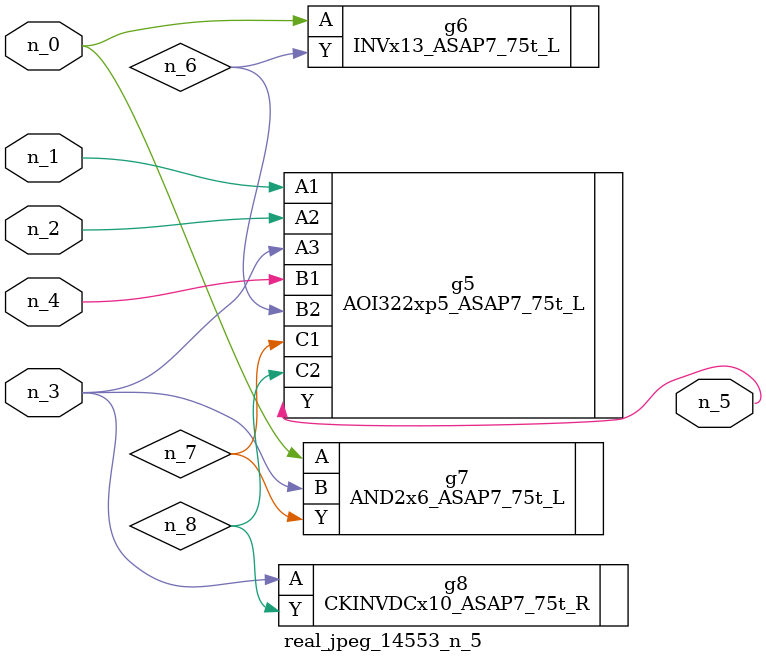
<source format=v>
module real_jpeg_14553_n_5 (n_4, n_0, n_1, n_2, n_3, n_5);

input n_4;
input n_0;
input n_1;
input n_2;
input n_3;

output n_5;

wire n_8;
wire n_6;
wire n_7;

INVx13_ASAP7_75t_L g6 ( 
.A(n_0),
.Y(n_6)
);

AND2x6_ASAP7_75t_L g7 ( 
.A(n_0),
.B(n_3),
.Y(n_7)
);

AOI322xp5_ASAP7_75t_L g5 ( 
.A1(n_1),
.A2(n_2),
.A3(n_3),
.B1(n_4),
.B2(n_6),
.C1(n_7),
.C2(n_8),
.Y(n_5)
);

CKINVDCx10_ASAP7_75t_R g8 ( 
.A(n_3),
.Y(n_8)
);


endmodule
</source>
